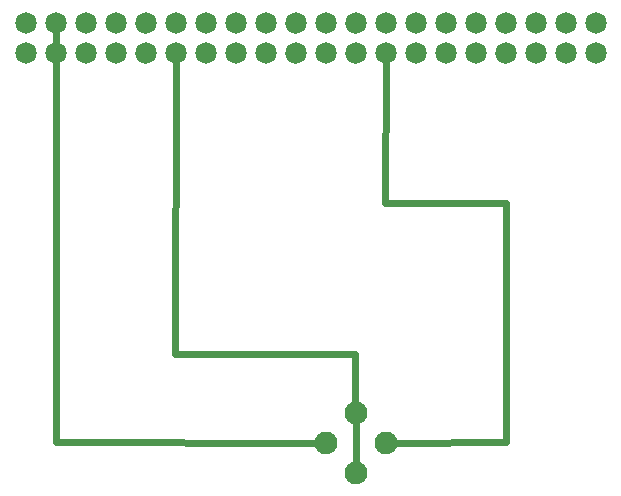
<source format=gbl>
G04 MADE WITH FRITZING*
G04 WWW.FRITZING.ORG*
G04 DOUBLE SIDED*
G04 HOLES PLATED*
G04 CONTOUR ON CENTER OF CONTOUR VECTOR*
%ASAXBY*%
%FSLAX23Y23*%
%MOIN*%
%OFA0B0*%
%SFA1.0B1.0*%
%ADD10C,0.076000*%
%ADD11C,0.071889*%
%ADD12C,0.071917*%
%ADD13C,0.024000*%
%LNCOPPER0*%
G90*
G70*
G54D10*
X1344Y730D03*
X1544Y730D03*
X1444Y830D03*
X1444Y630D03*
G54D11*
X344Y2030D03*
X444Y2030D03*
X544Y2030D03*
X644Y2030D03*
G54D12*
X744Y2030D03*
G54D11*
X844Y2030D03*
X944Y2030D03*
X1044Y2030D03*
X1144Y2030D03*
G54D12*
X1244Y2030D03*
G54D11*
X1344Y2030D03*
G54D12*
X1444Y2030D03*
G54D11*
X1544Y2030D03*
X1644Y2030D03*
X1744Y2030D03*
X1844Y2030D03*
G54D12*
X1944Y2030D03*
G54D11*
X2044Y2030D03*
X2144Y2030D03*
X2244Y2030D03*
X2244Y2130D03*
X2144Y2130D03*
X2044Y2130D03*
G54D12*
X1944Y2130D03*
G54D11*
X1844Y2130D03*
X1744Y2130D03*
X1644Y2130D03*
X1544Y2130D03*
G54D12*
X1444Y2130D03*
G54D11*
X1344Y2130D03*
G54D12*
X1244Y2130D03*
G54D11*
X1144Y2130D03*
X1044Y2130D03*
X944Y2130D03*
X844Y2130D03*
G54D12*
X744Y2130D03*
G54D11*
X644Y2130D03*
X544Y2130D03*
X444Y2130D03*
X344Y2130D03*
G54D13*
X841Y1027D02*
X1443Y1027D01*
D02*
X844Y1997D02*
X841Y1027D01*
D02*
X1443Y1027D02*
X1444Y663D01*
D02*
X1544Y1997D02*
X1543Y1528D01*
D02*
X1944Y1528D02*
X1944Y733D01*
D02*
X1543Y1528D02*
X1944Y1528D01*
D02*
X1944Y733D02*
X1577Y730D01*
D02*
X444Y2097D02*
X447Y733D01*
D02*
X447Y733D02*
X1312Y730D01*
G04 End of Copper0*
M02*
</source>
